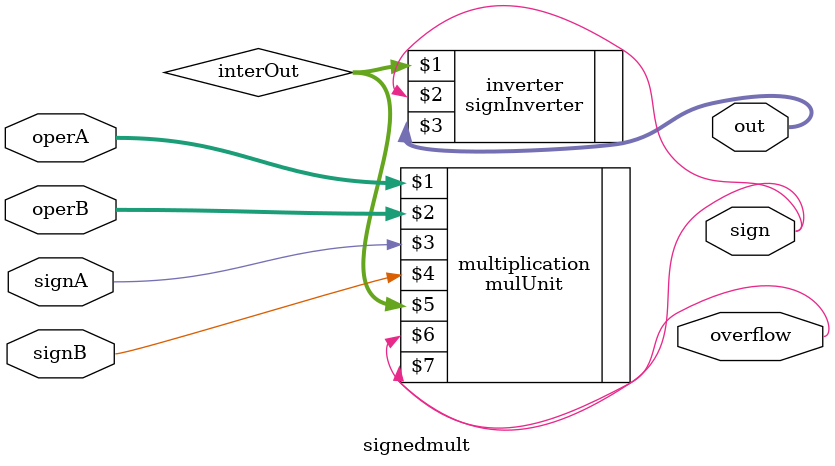
<source format=sv>
module signedmult(input logic [7:0] operA,operB,input logic signA,signB,
						output logic [14:0] out,output logic overflow,sign);
						
logic [14:0] interOut;

						
 mulUnit multiplication(operA,operB,signA,signB,interOut,overflow,sign);
signInverter inverter(interOut,sign,out);			
endmodule 
</source>
